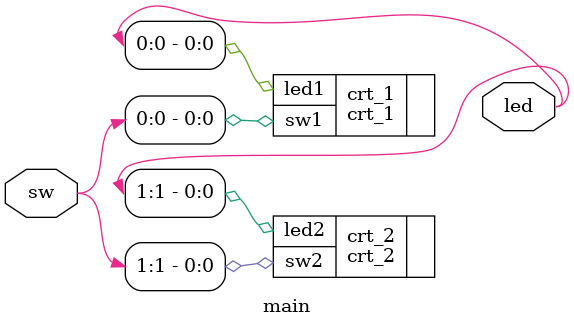
<source format=v>
module main (sw, led);

	input wire [1:0] sw;
	output wire[1:0] led;
	crt_1 crt_1(.sw1(sw[0]), .led1(led[0]));
	crt_2 crt_2(.sw2(sw[1]), .led2(led[1]));

endmodule


</source>
